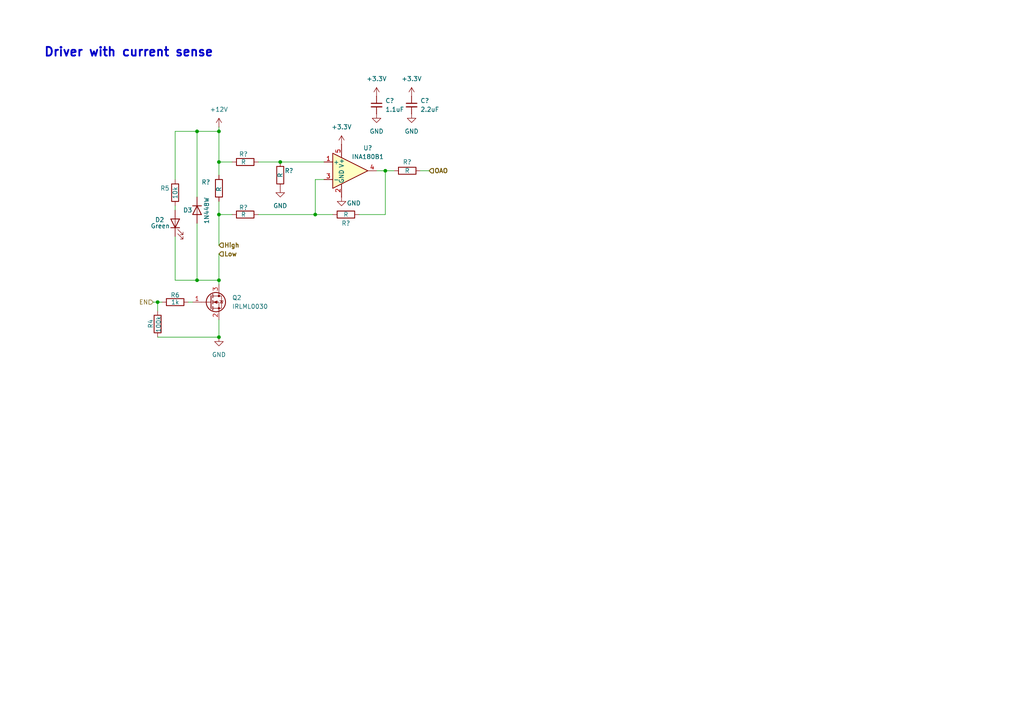
<source format=kicad_sch>
(kicad_sch (version 20231120) (generator "eeschema") (generator_version "8.0")
  (paper "A4")
  (lib_symbols
    (symbol "Amplifier_Current:INA180B1" (pin_names (offset 0.127))
      (property "Reference" "U" (at 3.81 3.81 0))
      (property "Value" "INA180B1" (at 3.81 -2.54 0))
      (symbol "INA180B1_0_1"
        (polyline (pts (xy 5.08 0) (xy -5.08 5.08) (xy -5.08 -5.08) (xy 5.08 0)) (stroke (width 0.254)) (fill (type background)))
      )
      (symbol "INA180B1_1_1"
        (pin input line (at -7.62 2.54 0) (length 2.54) (name "+") (number "1"))
        (pin power_in line (at -2.54 -7.62 90) (length 3.81) (name "GND") (number "2"))
        (pin input line (at -7.62 -2.54 0) (length 2.54) (name "-") (number "3"))
        (pin output line (at 7.62 0 180) (length 2.54) (name "~") (number "4"))
        (pin power_in line (at -2.54 7.62 270) (length 3.81) (name "V+") (number "5"))
      )
    )
    (symbol "Device:C_Small" (pin_numbers hide) (pin_names (offset 0.254) hide)
      (property "Reference" "C" (at 0.254 1.778 0))
      (property "Value" "C_Small" (at 0.254 -2.032 0))
      (symbol "C_Small_0_1"
        (polyline (pts (xy -1.524 -0.508) (xy 1.524 -0.508)) (stroke (width 0.3302)))
        (polyline (pts (xy -1.524 0.508) (xy 1.524 0.508)) (stroke (width 0.3048)))
      )
      (symbol "C_Small_1_1"
        (pin passive line (at 0 2.54 270) (length 2.032) (name "~") (number "1"))
        (pin passive line (at 0 -2.54 90) (length 2.032) (name "~") (number "2"))
      )
    )
    (symbol "Device:D" (pin_numbers hide) (pin_names (offset 1.016) hide)
      (property "Reference" "D" (at 0 2.54 0))
      (property "Value" "D" (at 0 -2.54 0))
      (symbol "D_0_1"
        (polyline (pts (xy -1.27 1.27) (xy -1.27 -1.27)) (stroke (width 0.254)))
        (polyline (pts (xy 1.27 0) (xy -1.27 0)))
        (polyline (pts (xy 1.27 1.27) (xy 1.27 -1.27) (xy -1.27 0) (xy 1.27 1.27)) (stroke (width 0.254)))
      )
      (symbol "D_1_1"
        (pin passive line (at -3.81 0 0) (length 2.54) (name "K") (number "1"))
        (pin passive line (at 3.81 0 180) (length 2.54) (name "A") (number "2"))
      )
    )
    (symbol "Device:LED" (pin_numbers hide) (pin_names (offset 1.016) hide)
      (property "Reference" "D" (at 0 2.54 0))
      (property "Value" "LED" (at 0 -2.54 0))
      (symbol "LED_0_1"
        (polyline (pts (xy -1.27 -1.27) (xy -1.27 1.27)) (stroke (width 0.254)))
        (polyline (pts (xy -1.27 0) (xy 1.27 0)))
        (polyline (pts (xy 1.27 -1.27) (xy 1.27 1.27) (xy -1.27 0) (xy 1.27 -1.27)) (stroke (width 0.254)))
        (polyline (pts (xy -3.048 -0.762) (xy -4.572 -2.286) (xy -3.81 -2.286) (xy -4.572 -2.286) (xy -4.572 -1.524)))
        (polyline (pts (xy -1.778 -0.762) (xy -3.302 -2.286) (xy -2.54 -2.286) (xy -3.302 -2.286) (xy -3.302 -1.524)))
      )
      (symbol "LED_1_1"
        (pin passive line (at -3.81 0 0) (length 2.54) (name "K") (number "1"))
        (pin passive line (at 3.81 0 180) (length 2.54) (name "A") (number "2"))
      )
    )
    (symbol "Device:R" (pin_numbers hide) (pin_names (offset 0))
      (property "Reference" "R" (at 2.032 0 90))
      (property "Value" "R" (at 0 0 90))
      (symbol "R_0_1"
        (rectangle (start -1.016 -2.54) (end 1.016 2.54) (stroke (width 0.254)))
      )
      (symbol "R_1_1"
        (pin passive line (at 0 3.81 270) (length 1.27) (name "~") (number "1"))
        (pin passive line (at 0 -3.81 90) (length 1.27) (name "~") (number "2"))
      )
    )
    (symbol "Transistor_FET:IRLML0030" (pin_names hide)
      (property "Reference" "Q" (at 5.08 1.905 0))
      (property "Value" "IRLML0030" (at 5.08 0 0))
      (symbol "IRLML0030_0_1"
        (polyline (pts (xy 0.254 0) (xy -2.54 0)))
        (polyline (pts (xy 0.254 1.905) (xy 0.254 -1.905)) (stroke (width 0.254)))
        (polyline (pts (xy 0.762 -1.27) (xy 0.762 -2.286)) (stroke (width 0.254)))
        (polyline (pts (xy 0.762 0.508) (xy 0.762 -0.508)) (stroke (width 0.254)))
        (polyline (pts (xy 0.762 2.286) (xy 0.762 1.27)) (stroke (width 0.254)))
        (polyline (pts (xy 2.54 2.54) (xy 2.54 1.778)))
        (polyline (pts (xy 2.54 -2.54) (xy 2.54 0) (xy 0.762 0)))
        (polyline (pts (xy 0.762 -1.778) (xy 3.302 -1.778) (xy 3.302 1.778) (xy 0.762 1.778)))
        (polyline (pts (xy 1.016 0) (xy 2.032 0.381) (xy 2.032 -0.381) (xy 1.016 0)) (fill (type outline)))
        (polyline (pts (xy 2.794 0.508) (xy 2.921 0.381) (xy 3.683 0.381) (xy 3.81 0.254)))
        (polyline (pts (xy 3.302 0.381) (xy 2.921 -0.254) (xy 3.683 -0.254) (xy 3.302 0.381)))
        (circle (center 1.651 0) (radius 2.794) (stroke (width 0.254)))
        (circle (center 2.54 -1.778) (radius 0.254) (fill (type outline)))
        (circle (center 2.54 1.778) (radius 0.254) (fill (type outline)))
      )
      (symbol "IRLML0030_1_1"
        (pin input line (at -5.08 0 0) (length 2.54) (name "G") (number "1"))
        (pin passive line (at 2.54 -5.08 90) (length 2.54) (name "S") (number "2"))
        (pin passive line (at 2.54 5.08 270) (length 2.54) (name "D") (number "3"))
      )
    )
    (symbol "power:+12V" (power) (pin_numbers hide) (pin_names (offset 0) hide)
      (property "Value" "+12V" (at 0 3.556 0))
      (symbol "+12V_0_1"
        (polyline (pts (xy -0.762 1.27) (xy 0 2.54)))
        (polyline (pts (xy 0 0) (xy 0 2.54)))
        (polyline (pts (xy 0 2.54) (xy 0.762 1.27)))
      )
      (symbol "+12V_1_1"
        (pin power_in line (at 0 0 90) (length 0) (name "~") (number "1"))
      )
    )
    (symbol "power:+3.3V" (power) (pin_numbers hide) (pin_names (offset 0) hide)
      (property "Value" "+3.3V" (at 0 3.556 0))
      (symbol "+3.3V_0_1"
        (polyline (pts (xy -0.762 1.27) (xy 0 2.54)))
        (polyline (pts (xy 0 0) (xy 0 2.54)))
        (polyline (pts (xy 0 2.54) (xy 0.762 1.27)))
      )
      (symbol "+3.3V_1_1"
        (pin power_in line (at 0 0 90) (length 0) (name "~") (number "1"))
      )
    )
    (symbol "power:GND" (power) (pin_numbers hide) (pin_names (offset 0) hide)
      (property "Value" "GND" (at 0 -3.81 0))
      (symbol "GND_0_1"
        (polyline (pts (xy 0 0) (xy 0 -1.27) (xy 1.27 -1.27) (xy 0 -2.54) (xy -1.27 -1.27) (xy 0 -1.27)))
      )
      (symbol "GND_1_1"
        (pin power_in line (at 0 0 270) (length 0) (name "~") (number "1"))
      )
    )
  )
  (junction (at 45.72 87.63))
  (junction (at 57.15 81.28))
  (junction (at 57.15 38.1))
  (junction (at 63.5 62.23))
  (junction (at 111.76 49.53))
  (junction (at 63.5 97.79))
  (junction (at 63.5 46.99))
  (junction (at 63.5 38.1))
  (junction (at 63.5 81.28))
  (junction (at 91.44 62.23))
  (junction (at 81.28 46.99))
  (wire (pts (xy 111.76 49.53) (xy 111.76 62.23)))
  (wire (pts (xy 46.99 87.63) (xy 45.72 87.63)))
  (wire (pts (xy 109.22 49.53) (xy 111.76 49.53)))
  (wire (pts (xy 50.8 81.28) (xy 50.8 68.58)))
  (wire (pts (xy 111.76 62.23) (xy 104.14 62.23)))
  (wire (pts (xy 91.44 52.07) (xy 93.98 52.07)))
  (wire (pts (xy 63.5 73.66) (xy 63.5 81.28)))
  (wire (pts (xy 57.15 64.77) (xy 57.15 81.28)))
  (wire (pts (xy 45.72 97.79) (xy 63.5 97.79)))
  (wire (pts (xy 63.5 38.1) (xy 57.15 38.1)))
  (wire (pts (xy 45.72 87.63) (xy 45.72 90.17)))
  (wire (pts (xy 44.45 87.63) (xy 45.72 87.63)))
  (wire (pts (xy 63.5 36.83) (xy 63.5 38.1)))
  (wire (pts (xy 63.5 58.42) (xy 63.5 62.23)))
  (wire (pts (xy 63.5 92.71) (xy 63.5 97.79)))
  (wire (pts (xy 74.93 62.23) (xy 91.44 62.23)))
  (wire (pts (xy 57.15 38.1) (xy 57.15 57.15)))
  (wire (pts (xy 111.76 49.53) (xy 114.3 49.53)))
  (wire (pts (xy 121.92 49.53) (xy 124.46 49.53)))
  (wire (pts (xy 81.28 46.99) (xy 93.98 46.99)))
  (wire (pts (xy 74.93 46.99) (xy 81.28 46.99)))
  (wire (pts (xy 63.5 62.23) (xy 63.5 71.12)))
  (wire (pts (xy 57.15 81.28) (xy 50.8 81.28)))
  (wire (pts (xy 91.44 52.07) (xy 91.44 62.23)))
  (wire (pts (xy 63.5 81.28) (xy 63.5 82.55)))
  (wire (pts (xy 50.8 38.1) (xy 50.8 52.07)))
  (wire (pts (xy 57.15 38.1) (xy 50.8 38.1)))
  (wire (pts (xy 55.88 87.63) (xy 54.61 87.63)))
  (wire (pts (xy 91.44 62.23) (xy 96.52 62.23)))
  (wire (pts (xy 67.31 62.23) (xy 63.5 62.23)))
  (wire (pts (xy 67.31 46.99) (xy 63.5 46.99)))
  (wire (pts (xy 63.5 81.28) (xy 57.15 81.28)))
  (wire (pts (xy 50.8 59.69) (xy 50.8 60.96)))
  (wire (pts (xy 63.5 38.1) (xy 63.5 46.99)))
  (wire (pts (xy 63.5 46.99) (xy 63.5 50.8)))
  (text "Driver with current sense\n" (at 37.338 15.24 0) (effects (font (size 2.54 2.54) (thickness 0.508) (bold yes))))
  (hierarchical_label "EN" (shape input) (at 44.45 87.63 180))
  (hierarchical_label "High" (shape input) (at 63.5 71.12 0) (effects (font (thickness 0.254) (bold yes))))
  (hierarchical_label "OAO" (shape input) (at 124.46 49.53 0) (effects (font (thickness 0.254) (bold yes))))
  (hierarchical_label "Low" (shape input) (at 63.5 73.66 0) (effects (font (thickness 0.254) (bold yes))))
  (symbol (lib_id "Device:R") (at 118.11 49.53 90) (unit 1)
    (property "Reference" "R?" (at 118.11 46.99 90))
    (property "Value" "R" (at 118.11 49.53 90))
    (property "Description" "Resistor" (effects (hide yes)))
  )
  (symbol (lib_id "power:+3.3V") (at 119.38 27.94 0) (unit 1)
    (property "Reference" "#PWR?" (effects (hide yes)))
    (property "Value" "+3.3V" (at 119.38 22.86 0))
    (property "Description" "Power symbol creates a global label with name \"+3.3V\"" (effects (hide yes)))
  )
  (symbol (lib_id "Device:C_Small") (at 119.38 30.48 0) (unit 1)
    (property "Reference" "C?" (at 121.92 29.2162 0) (effects (justify left)))
    (property "Value" "2.2uF" (at 121.92 31.7562 0) (effects (justify left)))
    (property "Description" "Unpolarized capacitor, small symbol" (effects (hide yes)))
  )
  (symbol (lib_id "power:GND") (at 119.38 33.02 0) (unit 1)
    (property "Reference" "#PWR?" (effects (hide yes)))
    (property "Value" "GND" (at 119.38 38.1 0))
    (property "Description" "Power symbol creates a global label with name \"GND\" , ground" (effects (hide yes)))
  )
  (symbol (lib_id "Device:R") (at 63.5 54.61 0) (unit 1)
    (property "Reference" "R?" (at 58.42 52.832 0) (effects (justify left)))
    (property "Value" "R" (at 63.5 55.626 90) (effects (justify left)))
    (property "Description" "Resistor" (effects (hide yes)))
  )
  (symbol (lib_id "Device:C_Small") (at 109.22 30.48 0) (unit 1)
    (property "Reference" "C?" (at 111.76 29.2162 0) (effects (justify left)))
    (property "Value" "1.1uF" (at 111.76 31.7562 0) (effects (justify left)))
    (property "Description" "Unpolarized capacitor, small symbol" (effects (hide yes)))
  )
  (symbol (lib_id "power:+3.3V") (at 109.22 27.94 0) (unit 1)
    (property "Reference" "#PWR059" (effects (hide yes)))
    (property "Value" "+3.3V" (at 109.22 22.86 0))
    (property "Description" "Power symbol creates a global label with name \"+3.3V\"" (effects (hide yes)))
  )
  (symbol (lib_id "Device:R") (at 71.12 62.23 90) (unit 1)
    (property "Reference" "R?" (at 70.612 60.198 90))
    (property "Value" "R" (at 70.612 62.23 90))
    (property "Description" "Resistor" (effects (hide yes)))
  )
  (symbol (lib_id "Device:LED") (at 50.8 64.77 90) (unit 1)
    (property "Reference" "D2" (at 44.958 63.754 90) (effects (justify right)))
    (property "Value" "Green" (at 43.688 65.532 90) (effects (justify right)))
    (property "Description" "Light emitting diode" (effects (hide yes)))
  )
  (symbol (lib_id "Transistor_FET:IRLML0030") (at 60.96 87.63 0) (unit 1)
    (property "Reference" "Q2" (at 67.31 86.3599 0) (effects (justify left)))
    (property "Value" "IRLML0030" (at 67.31 88.8999 0) (effects (justify left)))
    (property "Footprint" "Package_TO_SOT_SMD:SOT-23" (effects (hide yes)))
    (property "Datasheet" "https://www.infineon.com/dgdl/irlml0030pbf.pdf?fileId=5546d462533600a401535664773825df" (effects (hide yes)))
    (property "Description" "5.3A Id, 30V Vds, 27mOhm Rds, N-Channel HEXFET Power MOSFET, SOT-23" (effects (hide yes)))
  )
  (symbol (lib_id "power:GND") (at 81.28 54.61 0) (unit 1)
    (property "Reference" "#PWR?" (effects (hide yes)))
    (property "Value" "GND" (at 81.28 59.69 0))
    (property "Description" "Power symbol creates a global label with name \"GND\" , ground" (effects (hide yes)))
  )
  (symbol (lib_id "Device:R") (at 81.28 50.8 0) (unit 1)
    (property "Reference" "R?" (at 82.55 49.53 0) (effects (justify left)))
    (property "Value" "R" (at 81.28 51.562 90) (effects (justify left)))
    (property "Description" "Resistor" (effects (hide yes)))
  )
  (symbol (lib_id "Amplifier_Current:INA180B1") (at 101.6 49.53 0) (unit 1)
    (property "Reference" "U?" (at 106.68 42.926 0))
    (property "Value" "INA180B1" (at 106.68 45.466 0))
    (property "Footprint" "Package_TO_SOT_SMD:SOT-23-5" (effects (hide yes)))
    (property "Datasheet" "http://www.ti.com/lit/ds/symlink/ina180.pdf" (effects (hide yes)))
    (property "Description" "Current Sense Amplifier, 1 Circuit, Rail-to-Rail, 26V, Gain 20 V/V, SOT-23-5" (effects (hide yes)))
  )
  (symbol (lib_id "power:GND") (at 109.22 33.02 0) (unit 1)
    (property "Reference" "#PWR?" (effects (hide yes)))
    (property "Value" "GND" (at 109.22 38.1 0))
    (property "Description" "Power symbol creates a global label with name \"GND\" , ground" (effects (hide yes)))
  )
  (symbol (lib_id "power:+3.3V") (at 99.06 41.91 0) (unit 1)
    (property "Reference" "#PWR066" (effects (hide yes)))
    (property "Value" "+3.3V" (at 99.06 36.83 0))
    (property "Description" "Power symbol creates a global label with name \"+3.3V\"" (effects (hide yes)))
  )
  (symbol (lib_id "Device:R") (at 71.12 46.99 90) (unit 1)
    (property "Reference" "R?" (at 70.612 44.704 90))
    (property "Value" "R" (at 70.612 46.99 90))
    (property "Description" "Resistor" (effects (hide yes)))
  )
  (symbol (lib_id "Device:R") (at 50.8 87.63 90) (unit 1)
    (property "Reference" "R6" (at 50.8 85.598 90))
    (property "Value" "1k" (at 50.8 87.63 90))
    (property "Description" "Resistor" (effects (hide yes)))
  )
  (symbol (lib_id "Device:D") (at 57.15 60.96 270) (unit 1)
    (property "Reference" "D3" (at 53.086 60.96 90) (effects (justify left)))
    (property "Value" "1N448W" (at 59.944 57.15 0) (effects (justify left)))
    (property "Description" "Diode" (effects (hide yes)))
    (property "Sim.Device" "D" (effects (hide yes)))
    (property "Sim.Pins" "1=K 2=A" (effects (hide yes)))
  )
  (symbol (lib_id "Device:R") (at 100.33 62.23 90) (unit 1)
    (property "Reference" "R?" (at 100.33 64.77 90))
    (property "Value" "R" (at 100.33 62.23 90))
    (property "Description" "Resistor" (effects (hide yes)))
  )
  (symbol (lib_id "power:+12V") (at 63.5 36.83 0) (unit 1)
    (property "Reference" "#PWR03" (effects (hide yes)))
    (property "Value" "+12V" (at 63.5 31.75 0))
    (property "Description" "Power symbol creates a global label with name \"+12V\"" (effects (hide yes)))
  )
  (symbol (lib_id "power:GND") (at 63.5 97.79 0) (unit 1)
    (property "Reference" "#PWR04" (effects (hide yes)))
    (property "Value" "GND" (at 63.5 102.87 0))
    (property "Description" "Power symbol creates a global label with name \"GND\" , ground" (effects (hide yes)))
  )
  (symbol (lib_id "Device:R") (at 45.72 93.98 0) (unit 1)
    (property "Reference" "R4" (at 43.688 95.25 90) (effects (justify left)))
    (property "Value" "100k" (at 45.974 96.52 90) (effects (justify left)))
    (property "Description" "Resistor" (effects (hide yes)))
  )
  (symbol (lib_id "Device:R") (at 50.8 55.88 0) (mirror y) (unit 1)
    (property "Reference" "R5" (at 46.482 54.61 0) (effects (justify right)))
    (property "Value" "10k" (at 50.8 54.102 90) (effects (justify right)))
    (property "Description" "Resistor" (effects (hide yes)))
  )
  (symbol (lib_id "power:GND") (at 99.06 57.15 0) (unit 1)
    (property "Reference" "#PWR?" (effects (hide yes)))
    (property "Value" "GND" (at 102.616 58.928 0))
    (property "Description" "Power symbol creates a global label with name \"GND\" , ground" (effects (hide yes)))
  )
)
</source>
